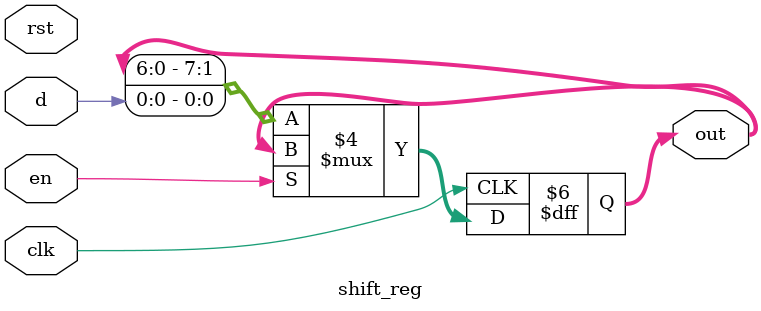
<source format=v>
module shift_reg #(parameter MSB = 8)
	(
		input d, 
		input clk,
		input en,
		input rst,
		output reg [MSB-1:0] out
		);

always @(posedge clk)
begin
	if (~en)
		out <= {out[MSB-2:0], d};
	else
		out <= out;
end
endmodule // shift_reg
</source>
